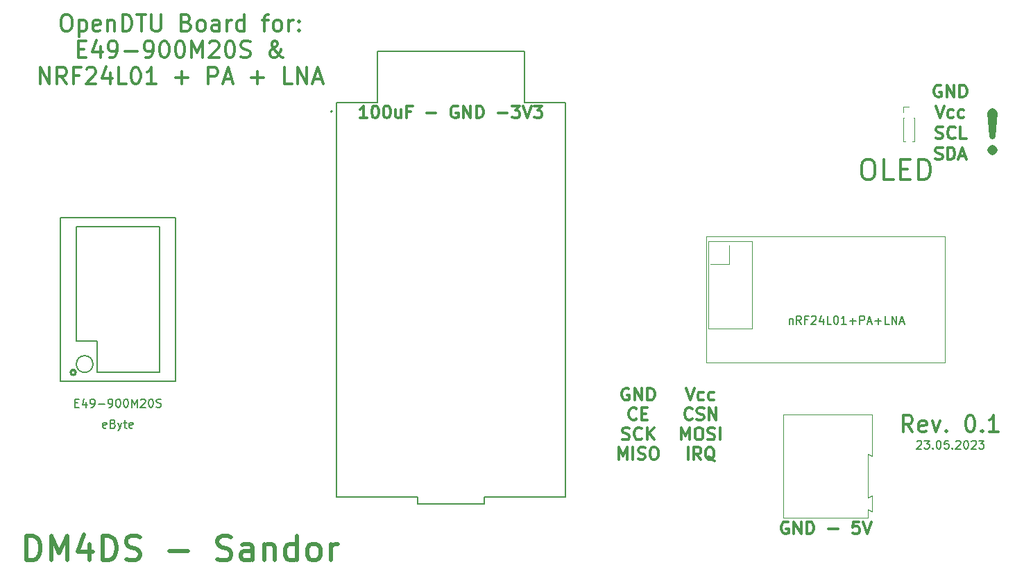
<source format=gbr>
%TF.GenerationSoftware,KiCad,Pcbnew,(6.0.4)*%
%TF.CreationDate,2023-05-23T16:29:30+02:00*%
%TF.ProjectId,OpenDTU_9400_NRF24_DM4DS_v1,4f70656e-4454-4555-9f39-3430305f4e52,rev?*%
%TF.SameCoordinates,Original*%
%TF.FileFunction,Legend,Top*%
%TF.FilePolarity,Positive*%
%FSLAX46Y46*%
G04 Gerber Fmt 4.6, Leading zero omitted, Abs format (unit mm)*
G04 Created by KiCad (PCBNEW (6.0.4)) date 2023-05-23 16:29:30*
%MOMM*%
%LPD*%
G01*
G04 APERTURE LIST*
%ADD10C,0.150000*%
%ADD11C,0.750000*%
%ADD12C,0.300000*%
%ADD13C,0.500000*%
%ADD14C,0.120000*%
%ADD15C,0.200000*%
%ADD16C,0.127000*%
G04 APERTURE END LIST*
D10*
X173704761Y-98607619D02*
X173752380Y-98560000D01*
X173847619Y-98512380D01*
X174085714Y-98512380D01*
X174180952Y-98560000D01*
X174228571Y-98607619D01*
X174276190Y-98702857D01*
X174276190Y-98798095D01*
X174228571Y-98940952D01*
X173657142Y-99512380D01*
X174276190Y-99512380D01*
X174609523Y-98512380D02*
X175228571Y-98512380D01*
X174895238Y-98893333D01*
X175038095Y-98893333D01*
X175133333Y-98940952D01*
X175180952Y-98988571D01*
X175228571Y-99083809D01*
X175228571Y-99321904D01*
X175180952Y-99417142D01*
X175133333Y-99464761D01*
X175038095Y-99512380D01*
X174752380Y-99512380D01*
X174657142Y-99464761D01*
X174609523Y-99417142D01*
X175657142Y-99417142D02*
X175704761Y-99464761D01*
X175657142Y-99512380D01*
X175609523Y-99464761D01*
X175657142Y-99417142D01*
X175657142Y-99512380D01*
X176323809Y-98512380D02*
X176419047Y-98512380D01*
X176514285Y-98560000D01*
X176561904Y-98607619D01*
X176609523Y-98702857D01*
X176657142Y-98893333D01*
X176657142Y-99131428D01*
X176609523Y-99321904D01*
X176561904Y-99417142D01*
X176514285Y-99464761D01*
X176419047Y-99512380D01*
X176323809Y-99512380D01*
X176228571Y-99464761D01*
X176180952Y-99417142D01*
X176133333Y-99321904D01*
X176085714Y-99131428D01*
X176085714Y-98893333D01*
X176133333Y-98702857D01*
X176180952Y-98607619D01*
X176228571Y-98560000D01*
X176323809Y-98512380D01*
X177561904Y-98512380D02*
X177085714Y-98512380D01*
X177038095Y-98988571D01*
X177085714Y-98940952D01*
X177180952Y-98893333D01*
X177419047Y-98893333D01*
X177514285Y-98940952D01*
X177561904Y-98988571D01*
X177609523Y-99083809D01*
X177609523Y-99321904D01*
X177561904Y-99417142D01*
X177514285Y-99464761D01*
X177419047Y-99512380D01*
X177180952Y-99512380D01*
X177085714Y-99464761D01*
X177038095Y-99417142D01*
X178038095Y-99417142D02*
X178085714Y-99464761D01*
X178038095Y-99512380D01*
X177990476Y-99464761D01*
X178038095Y-99417142D01*
X178038095Y-99512380D01*
X178466666Y-98607619D02*
X178514285Y-98560000D01*
X178609523Y-98512380D01*
X178847619Y-98512380D01*
X178942857Y-98560000D01*
X178990476Y-98607619D01*
X179038095Y-98702857D01*
X179038095Y-98798095D01*
X178990476Y-98940952D01*
X178419047Y-99512380D01*
X179038095Y-99512380D01*
X179657142Y-98512380D02*
X179752380Y-98512380D01*
X179847619Y-98560000D01*
X179895238Y-98607619D01*
X179942857Y-98702857D01*
X179990476Y-98893333D01*
X179990476Y-99131428D01*
X179942857Y-99321904D01*
X179895238Y-99417142D01*
X179847619Y-99464761D01*
X179752380Y-99512380D01*
X179657142Y-99512380D01*
X179561904Y-99464761D01*
X179514285Y-99417142D01*
X179466666Y-99321904D01*
X179419047Y-99131428D01*
X179419047Y-98893333D01*
X179466666Y-98702857D01*
X179514285Y-98607619D01*
X179561904Y-98560000D01*
X179657142Y-98512380D01*
X180371428Y-98607619D02*
X180419047Y-98560000D01*
X180514285Y-98512380D01*
X180752380Y-98512380D01*
X180847619Y-98560000D01*
X180895238Y-98607619D01*
X180942857Y-98702857D01*
X180942857Y-98798095D01*
X180895238Y-98940952D01*
X180323809Y-99512380D01*
X180942857Y-99512380D01*
X181276190Y-98512380D02*
X181895238Y-98512380D01*
X181561904Y-98893333D01*
X181704761Y-98893333D01*
X181800000Y-98940952D01*
X181847619Y-98988571D01*
X181895238Y-99083809D01*
X181895238Y-99321904D01*
X181847619Y-99417142D01*
X181800000Y-99464761D01*
X181704761Y-99512380D01*
X181419047Y-99512380D01*
X181323809Y-99464761D01*
X181276190Y-99417142D01*
D11*
X182880000Y-62745714D02*
X183118095Y-62983809D01*
X182880000Y-63221904D01*
X182641904Y-62983809D01*
X182880000Y-62745714D01*
X182880000Y-63221904D01*
X182880000Y-61317142D02*
X182641904Y-58460000D01*
X182880000Y-58221904D01*
X183118095Y-58460000D01*
X182880000Y-61317142D01*
X182880000Y-58221904D01*
D12*
X173180952Y-97424761D02*
X172514285Y-96472380D01*
X172038095Y-97424761D02*
X172038095Y-95424761D01*
X172800000Y-95424761D01*
X172990476Y-95520000D01*
X173085714Y-95615238D01*
X173180952Y-95805714D01*
X173180952Y-96091428D01*
X173085714Y-96281904D01*
X172990476Y-96377142D01*
X172800000Y-96472380D01*
X172038095Y-96472380D01*
X174800000Y-97329523D02*
X174609523Y-97424761D01*
X174228571Y-97424761D01*
X174038095Y-97329523D01*
X173942857Y-97139047D01*
X173942857Y-96377142D01*
X174038095Y-96186666D01*
X174228571Y-96091428D01*
X174609523Y-96091428D01*
X174800000Y-96186666D01*
X174895238Y-96377142D01*
X174895238Y-96567619D01*
X173942857Y-96758095D01*
X175561904Y-96091428D02*
X176038095Y-97424761D01*
X176514285Y-96091428D01*
X177276190Y-97234285D02*
X177371428Y-97329523D01*
X177276190Y-97424761D01*
X177180952Y-97329523D01*
X177276190Y-97234285D01*
X177276190Y-97424761D01*
X180133333Y-95424761D02*
X180323809Y-95424761D01*
X180514285Y-95520000D01*
X180609523Y-95615238D01*
X180704761Y-95805714D01*
X180800000Y-96186666D01*
X180800000Y-96662857D01*
X180704761Y-97043809D01*
X180609523Y-97234285D01*
X180514285Y-97329523D01*
X180323809Y-97424761D01*
X180133333Y-97424761D01*
X179942857Y-97329523D01*
X179847619Y-97234285D01*
X179752380Y-97043809D01*
X179657142Y-96662857D01*
X179657142Y-96186666D01*
X179752380Y-95805714D01*
X179847619Y-95615238D01*
X179942857Y-95520000D01*
X180133333Y-95424761D01*
X181657142Y-97234285D02*
X181752380Y-97329523D01*
X181657142Y-97424761D01*
X181561904Y-97329523D01*
X181657142Y-97234285D01*
X181657142Y-97424761D01*
X183657142Y-97424761D02*
X182514285Y-97424761D01*
X183085714Y-97424761D02*
X183085714Y-95424761D01*
X182895238Y-95710476D01*
X182704761Y-95900952D01*
X182514285Y-95996190D01*
X69724761Y-46484761D02*
X70105714Y-46484761D01*
X70296190Y-46580000D01*
X70486666Y-46770476D01*
X70581904Y-47151428D01*
X70581904Y-47818095D01*
X70486666Y-48199047D01*
X70296190Y-48389523D01*
X70105714Y-48484761D01*
X69724761Y-48484761D01*
X69534285Y-48389523D01*
X69343809Y-48199047D01*
X69248571Y-47818095D01*
X69248571Y-47151428D01*
X69343809Y-46770476D01*
X69534285Y-46580000D01*
X69724761Y-46484761D01*
X71439047Y-47151428D02*
X71439047Y-49151428D01*
X71439047Y-47246666D02*
X71629523Y-47151428D01*
X72010476Y-47151428D01*
X72200952Y-47246666D01*
X72296190Y-47341904D01*
X72391428Y-47532380D01*
X72391428Y-48103809D01*
X72296190Y-48294285D01*
X72200952Y-48389523D01*
X72010476Y-48484761D01*
X71629523Y-48484761D01*
X71439047Y-48389523D01*
X74010476Y-48389523D02*
X73820000Y-48484761D01*
X73439047Y-48484761D01*
X73248571Y-48389523D01*
X73153333Y-48199047D01*
X73153333Y-47437142D01*
X73248571Y-47246666D01*
X73439047Y-47151428D01*
X73820000Y-47151428D01*
X74010476Y-47246666D01*
X74105714Y-47437142D01*
X74105714Y-47627619D01*
X73153333Y-47818095D01*
X74962857Y-47151428D02*
X74962857Y-48484761D01*
X74962857Y-47341904D02*
X75058095Y-47246666D01*
X75248571Y-47151428D01*
X75534285Y-47151428D01*
X75724761Y-47246666D01*
X75820000Y-47437142D01*
X75820000Y-48484761D01*
X76772380Y-48484761D02*
X76772380Y-46484761D01*
X77248571Y-46484761D01*
X77534285Y-46580000D01*
X77724761Y-46770476D01*
X77820000Y-46960952D01*
X77915238Y-47341904D01*
X77915238Y-47627619D01*
X77820000Y-48008571D01*
X77724761Y-48199047D01*
X77534285Y-48389523D01*
X77248571Y-48484761D01*
X76772380Y-48484761D01*
X78486666Y-46484761D02*
X79629523Y-46484761D01*
X79058095Y-48484761D02*
X79058095Y-46484761D01*
X80296190Y-46484761D02*
X80296190Y-48103809D01*
X80391428Y-48294285D01*
X80486666Y-48389523D01*
X80677142Y-48484761D01*
X81058095Y-48484761D01*
X81248571Y-48389523D01*
X81343809Y-48294285D01*
X81439047Y-48103809D01*
X81439047Y-46484761D01*
X84581904Y-47437142D02*
X84867619Y-47532380D01*
X84962857Y-47627619D01*
X85058095Y-47818095D01*
X85058095Y-48103809D01*
X84962857Y-48294285D01*
X84867619Y-48389523D01*
X84677142Y-48484761D01*
X83915238Y-48484761D01*
X83915238Y-46484761D01*
X84581904Y-46484761D01*
X84772380Y-46580000D01*
X84867619Y-46675238D01*
X84962857Y-46865714D01*
X84962857Y-47056190D01*
X84867619Y-47246666D01*
X84772380Y-47341904D01*
X84581904Y-47437142D01*
X83915238Y-47437142D01*
X86200952Y-48484761D02*
X86010476Y-48389523D01*
X85915238Y-48294285D01*
X85820000Y-48103809D01*
X85820000Y-47532380D01*
X85915238Y-47341904D01*
X86010476Y-47246666D01*
X86200952Y-47151428D01*
X86486666Y-47151428D01*
X86677142Y-47246666D01*
X86772380Y-47341904D01*
X86867619Y-47532380D01*
X86867619Y-48103809D01*
X86772380Y-48294285D01*
X86677142Y-48389523D01*
X86486666Y-48484761D01*
X86200952Y-48484761D01*
X88581904Y-48484761D02*
X88581904Y-47437142D01*
X88486666Y-47246666D01*
X88296190Y-47151428D01*
X87915238Y-47151428D01*
X87724761Y-47246666D01*
X88581904Y-48389523D02*
X88391428Y-48484761D01*
X87915238Y-48484761D01*
X87724761Y-48389523D01*
X87629523Y-48199047D01*
X87629523Y-48008571D01*
X87724761Y-47818095D01*
X87915238Y-47722857D01*
X88391428Y-47722857D01*
X88581904Y-47627619D01*
X89534285Y-48484761D02*
X89534285Y-47151428D01*
X89534285Y-47532380D02*
X89629523Y-47341904D01*
X89724761Y-47246666D01*
X89915238Y-47151428D01*
X90105714Y-47151428D01*
X91629523Y-48484761D02*
X91629523Y-46484761D01*
X91629523Y-48389523D02*
X91439047Y-48484761D01*
X91058095Y-48484761D01*
X90867619Y-48389523D01*
X90772380Y-48294285D01*
X90677142Y-48103809D01*
X90677142Y-47532380D01*
X90772380Y-47341904D01*
X90867619Y-47246666D01*
X91058095Y-47151428D01*
X91439047Y-47151428D01*
X91629523Y-47246666D01*
X93820000Y-47151428D02*
X94581904Y-47151428D01*
X94105714Y-48484761D02*
X94105714Y-46770476D01*
X94200952Y-46580000D01*
X94391428Y-46484761D01*
X94581904Y-46484761D01*
X95534285Y-48484761D02*
X95343809Y-48389523D01*
X95248571Y-48294285D01*
X95153333Y-48103809D01*
X95153333Y-47532380D01*
X95248571Y-47341904D01*
X95343809Y-47246666D01*
X95534285Y-47151428D01*
X95820000Y-47151428D01*
X96010476Y-47246666D01*
X96105714Y-47341904D01*
X96200952Y-47532380D01*
X96200952Y-48103809D01*
X96105714Y-48294285D01*
X96010476Y-48389523D01*
X95820000Y-48484761D01*
X95534285Y-48484761D01*
X97058095Y-48484761D02*
X97058095Y-47151428D01*
X97058095Y-47532380D02*
X97153333Y-47341904D01*
X97248571Y-47246666D01*
X97439047Y-47151428D01*
X97629523Y-47151428D01*
X98296190Y-48294285D02*
X98391428Y-48389523D01*
X98296190Y-48484761D01*
X98200952Y-48389523D01*
X98296190Y-48294285D01*
X98296190Y-48484761D01*
X98296190Y-47246666D02*
X98391428Y-47341904D01*
X98296190Y-47437142D01*
X98200952Y-47341904D01*
X98296190Y-47246666D01*
X98296190Y-47437142D01*
X71391428Y-50657142D02*
X72058095Y-50657142D01*
X72343809Y-51704761D02*
X71391428Y-51704761D01*
X71391428Y-49704761D01*
X72343809Y-49704761D01*
X74058095Y-50371428D02*
X74058095Y-51704761D01*
X73581904Y-49609523D02*
X73105714Y-51038095D01*
X74343809Y-51038095D01*
X75200952Y-51704761D02*
X75581904Y-51704761D01*
X75772380Y-51609523D01*
X75867619Y-51514285D01*
X76058095Y-51228571D01*
X76153333Y-50847619D01*
X76153333Y-50085714D01*
X76058095Y-49895238D01*
X75962857Y-49800000D01*
X75772380Y-49704761D01*
X75391428Y-49704761D01*
X75200952Y-49800000D01*
X75105714Y-49895238D01*
X75010476Y-50085714D01*
X75010476Y-50561904D01*
X75105714Y-50752380D01*
X75200952Y-50847619D01*
X75391428Y-50942857D01*
X75772380Y-50942857D01*
X75962857Y-50847619D01*
X76058095Y-50752380D01*
X76153333Y-50561904D01*
X77010476Y-50942857D02*
X78534285Y-50942857D01*
X79581904Y-51704761D02*
X79962857Y-51704761D01*
X80153333Y-51609523D01*
X80248571Y-51514285D01*
X80439047Y-51228571D01*
X80534285Y-50847619D01*
X80534285Y-50085714D01*
X80439047Y-49895238D01*
X80343809Y-49800000D01*
X80153333Y-49704761D01*
X79772380Y-49704761D01*
X79581904Y-49800000D01*
X79486666Y-49895238D01*
X79391428Y-50085714D01*
X79391428Y-50561904D01*
X79486666Y-50752380D01*
X79581904Y-50847619D01*
X79772380Y-50942857D01*
X80153333Y-50942857D01*
X80343809Y-50847619D01*
X80439047Y-50752380D01*
X80534285Y-50561904D01*
X81772380Y-49704761D02*
X81962857Y-49704761D01*
X82153333Y-49800000D01*
X82248571Y-49895238D01*
X82343809Y-50085714D01*
X82439047Y-50466666D01*
X82439047Y-50942857D01*
X82343809Y-51323809D01*
X82248571Y-51514285D01*
X82153333Y-51609523D01*
X81962857Y-51704761D01*
X81772380Y-51704761D01*
X81581904Y-51609523D01*
X81486666Y-51514285D01*
X81391428Y-51323809D01*
X81296190Y-50942857D01*
X81296190Y-50466666D01*
X81391428Y-50085714D01*
X81486666Y-49895238D01*
X81581904Y-49800000D01*
X81772380Y-49704761D01*
X83677142Y-49704761D02*
X83867619Y-49704761D01*
X84058095Y-49800000D01*
X84153333Y-49895238D01*
X84248571Y-50085714D01*
X84343809Y-50466666D01*
X84343809Y-50942857D01*
X84248571Y-51323809D01*
X84153333Y-51514285D01*
X84058095Y-51609523D01*
X83867619Y-51704761D01*
X83677142Y-51704761D01*
X83486666Y-51609523D01*
X83391428Y-51514285D01*
X83296190Y-51323809D01*
X83200952Y-50942857D01*
X83200952Y-50466666D01*
X83296190Y-50085714D01*
X83391428Y-49895238D01*
X83486666Y-49800000D01*
X83677142Y-49704761D01*
X85200952Y-51704761D02*
X85200952Y-49704761D01*
X85867619Y-51133333D01*
X86534285Y-49704761D01*
X86534285Y-51704761D01*
X87391428Y-49895238D02*
X87486666Y-49800000D01*
X87677142Y-49704761D01*
X88153333Y-49704761D01*
X88343809Y-49800000D01*
X88439047Y-49895238D01*
X88534285Y-50085714D01*
X88534285Y-50276190D01*
X88439047Y-50561904D01*
X87296190Y-51704761D01*
X88534285Y-51704761D01*
X89772380Y-49704761D02*
X89962857Y-49704761D01*
X90153333Y-49800000D01*
X90248571Y-49895238D01*
X90343809Y-50085714D01*
X90439047Y-50466666D01*
X90439047Y-50942857D01*
X90343809Y-51323809D01*
X90248571Y-51514285D01*
X90153333Y-51609523D01*
X89962857Y-51704761D01*
X89772380Y-51704761D01*
X89581904Y-51609523D01*
X89486666Y-51514285D01*
X89391428Y-51323809D01*
X89296190Y-50942857D01*
X89296190Y-50466666D01*
X89391428Y-50085714D01*
X89486666Y-49895238D01*
X89581904Y-49800000D01*
X89772380Y-49704761D01*
X91200952Y-51609523D02*
X91486666Y-51704761D01*
X91962857Y-51704761D01*
X92153333Y-51609523D01*
X92248571Y-51514285D01*
X92343809Y-51323809D01*
X92343809Y-51133333D01*
X92248571Y-50942857D01*
X92153333Y-50847619D01*
X91962857Y-50752380D01*
X91581904Y-50657142D01*
X91391428Y-50561904D01*
X91296190Y-50466666D01*
X91200952Y-50276190D01*
X91200952Y-50085714D01*
X91296190Y-49895238D01*
X91391428Y-49800000D01*
X91581904Y-49704761D01*
X92058095Y-49704761D01*
X92343809Y-49800000D01*
X96343809Y-51704761D02*
X96248571Y-51704761D01*
X96058095Y-51609523D01*
X95772380Y-51323809D01*
X95296190Y-50752380D01*
X95105714Y-50466666D01*
X95010476Y-50180952D01*
X95010476Y-49990476D01*
X95105714Y-49800000D01*
X95296190Y-49704761D01*
X95391428Y-49704761D01*
X95581904Y-49800000D01*
X95677142Y-49990476D01*
X95677142Y-50085714D01*
X95581904Y-50276190D01*
X95486666Y-50371428D01*
X94915238Y-50752380D01*
X94819999Y-50847619D01*
X94724761Y-51038095D01*
X94724761Y-51323809D01*
X94819999Y-51514285D01*
X94915238Y-51609523D01*
X95105714Y-51704761D01*
X95391428Y-51704761D01*
X95581904Y-51609523D01*
X95677142Y-51514285D01*
X95962857Y-51133333D01*
X96058095Y-50847619D01*
X96058095Y-50657142D01*
X66677142Y-54924761D02*
X66677142Y-52924761D01*
X67820000Y-54924761D01*
X67820000Y-52924761D01*
X69915238Y-54924761D02*
X69248571Y-53972380D01*
X68772380Y-54924761D02*
X68772380Y-52924761D01*
X69534285Y-52924761D01*
X69724761Y-53020000D01*
X69820000Y-53115238D01*
X69915238Y-53305714D01*
X69915238Y-53591428D01*
X69820000Y-53781904D01*
X69724761Y-53877142D01*
X69534285Y-53972380D01*
X68772380Y-53972380D01*
X71439047Y-53877142D02*
X70772380Y-53877142D01*
X70772380Y-54924761D02*
X70772380Y-52924761D01*
X71724761Y-52924761D01*
X72391428Y-53115238D02*
X72486666Y-53020000D01*
X72677142Y-52924761D01*
X73153333Y-52924761D01*
X73343809Y-53020000D01*
X73439047Y-53115238D01*
X73534285Y-53305714D01*
X73534285Y-53496190D01*
X73439047Y-53781904D01*
X72296190Y-54924761D01*
X73534285Y-54924761D01*
X75248571Y-53591428D02*
X75248571Y-54924761D01*
X74772380Y-52829523D02*
X74296190Y-54258095D01*
X75534285Y-54258095D01*
X77248571Y-54924761D02*
X76296190Y-54924761D01*
X76296190Y-52924761D01*
X78296190Y-52924761D02*
X78486666Y-52924761D01*
X78677142Y-53020000D01*
X78772380Y-53115238D01*
X78867619Y-53305714D01*
X78962857Y-53686666D01*
X78962857Y-54162857D01*
X78867619Y-54543809D01*
X78772380Y-54734285D01*
X78677142Y-54829523D01*
X78486666Y-54924761D01*
X78296190Y-54924761D01*
X78105714Y-54829523D01*
X78010476Y-54734285D01*
X77915238Y-54543809D01*
X77820000Y-54162857D01*
X77820000Y-53686666D01*
X77915238Y-53305714D01*
X78010476Y-53115238D01*
X78105714Y-53020000D01*
X78296190Y-52924761D01*
X80867619Y-54924761D02*
X79724761Y-54924761D01*
X80296190Y-54924761D02*
X80296190Y-52924761D01*
X80105714Y-53210476D01*
X79915238Y-53400952D01*
X79724761Y-53496190D01*
X83248571Y-54162857D02*
X84772380Y-54162857D01*
X84010476Y-54924761D02*
X84010476Y-53400952D01*
X87248571Y-54924761D02*
X87248571Y-52924761D01*
X88010476Y-52924761D01*
X88200952Y-53020000D01*
X88296190Y-53115238D01*
X88391428Y-53305714D01*
X88391428Y-53591428D01*
X88296190Y-53781904D01*
X88200952Y-53877142D01*
X88010476Y-53972380D01*
X87248571Y-53972380D01*
X89153333Y-54353333D02*
X90105714Y-54353333D01*
X88962857Y-54924761D02*
X89629523Y-52924761D01*
X90296190Y-54924761D01*
X92486666Y-54162857D02*
X94010476Y-54162857D01*
X93248571Y-54924761D02*
X93248571Y-53400952D01*
X97439047Y-54924761D02*
X96486666Y-54924761D01*
X96486666Y-52924761D01*
X98105714Y-54924761D02*
X98105714Y-52924761D01*
X99248571Y-54924761D01*
X99248571Y-52924761D01*
X100105714Y-54353333D02*
X101058095Y-54353333D01*
X99915238Y-54924761D02*
X100581904Y-52924761D01*
X101248571Y-54924761D01*
D13*
X65034285Y-113117142D02*
X65034285Y-110117142D01*
X65748571Y-110117142D01*
X66177142Y-110260000D01*
X66462857Y-110545714D01*
X66605714Y-110831428D01*
X66748571Y-111402857D01*
X66748571Y-111831428D01*
X66605714Y-112402857D01*
X66462857Y-112688571D01*
X66177142Y-112974285D01*
X65748571Y-113117142D01*
X65034285Y-113117142D01*
X68034285Y-113117142D02*
X68034285Y-110117142D01*
X69034285Y-112260000D01*
X70034285Y-110117142D01*
X70034285Y-113117142D01*
X72748571Y-111117142D02*
X72748571Y-113117142D01*
X72034285Y-109974285D02*
X71320000Y-112117142D01*
X73177142Y-112117142D01*
X74320000Y-113117142D02*
X74320000Y-110117142D01*
X75034285Y-110117142D01*
X75462857Y-110260000D01*
X75748571Y-110545714D01*
X75891428Y-110831428D01*
X76034285Y-111402857D01*
X76034285Y-111831428D01*
X75891428Y-112402857D01*
X75748571Y-112688571D01*
X75462857Y-112974285D01*
X75034285Y-113117142D01*
X74320000Y-113117142D01*
X77177142Y-112974285D02*
X77605714Y-113117142D01*
X78320000Y-113117142D01*
X78605714Y-112974285D01*
X78748571Y-112831428D01*
X78891428Y-112545714D01*
X78891428Y-112260000D01*
X78748571Y-111974285D01*
X78605714Y-111831428D01*
X78320000Y-111688571D01*
X77748571Y-111545714D01*
X77462857Y-111402857D01*
X77320000Y-111260000D01*
X77177142Y-110974285D01*
X77177142Y-110688571D01*
X77320000Y-110402857D01*
X77462857Y-110260000D01*
X77748571Y-110117142D01*
X78462857Y-110117142D01*
X78891428Y-110260000D01*
X82462857Y-111974285D02*
X84748571Y-111974285D01*
X88320000Y-112974285D02*
X88748571Y-113117142D01*
X89462857Y-113117142D01*
X89748571Y-112974285D01*
X89891428Y-112831428D01*
X90034285Y-112545714D01*
X90034285Y-112260000D01*
X89891428Y-111974285D01*
X89748571Y-111831428D01*
X89462857Y-111688571D01*
X88891428Y-111545714D01*
X88605714Y-111402857D01*
X88462857Y-111260000D01*
X88320000Y-110974285D01*
X88320000Y-110688571D01*
X88462857Y-110402857D01*
X88605714Y-110260000D01*
X88891428Y-110117142D01*
X89605714Y-110117142D01*
X90034285Y-110260000D01*
X92605714Y-113117142D02*
X92605714Y-111545714D01*
X92462857Y-111260000D01*
X92177142Y-111117142D01*
X91605714Y-111117142D01*
X91320000Y-111260000D01*
X92605714Y-112974285D02*
X92320000Y-113117142D01*
X91605714Y-113117142D01*
X91320000Y-112974285D01*
X91177142Y-112688571D01*
X91177142Y-112402857D01*
X91320000Y-112117142D01*
X91605714Y-111974285D01*
X92320000Y-111974285D01*
X92605714Y-111831428D01*
X94034285Y-111117142D02*
X94034285Y-113117142D01*
X94034285Y-111402857D02*
X94177142Y-111260000D01*
X94462857Y-111117142D01*
X94891428Y-111117142D01*
X95177142Y-111260000D01*
X95320000Y-111545714D01*
X95320000Y-113117142D01*
X98034285Y-113117142D02*
X98034285Y-110117142D01*
X98034285Y-112974285D02*
X97748571Y-113117142D01*
X97177142Y-113117142D01*
X96891428Y-112974285D01*
X96748571Y-112831428D01*
X96605714Y-112545714D01*
X96605714Y-111688571D01*
X96748571Y-111402857D01*
X96891428Y-111260000D01*
X97177142Y-111117142D01*
X97748571Y-111117142D01*
X98034285Y-111260000D01*
X99891428Y-113117142D02*
X99605714Y-112974285D01*
X99462857Y-112831428D01*
X99320000Y-112545714D01*
X99320000Y-111688571D01*
X99462857Y-111402857D01*
X99605714Y-111260000D01*
X99891428Y-111117142D01*
X100320000Y-111117142D01*
X100605714Y-111260000D01*
X100748571Y-111402857D01*
X100891428Y-111688571D01*
X100891428Y-112545714D01*
X100748571Y-112831428D01*
X100605714Y-112974285D01*
X100320000Y-113117142D01*
X99891428Y-113117142D01*
X102177142Y-113117142D02*
X102177142Y-111117142D01*
X102177142Y-111688571D02*
X102320000Y-111402857D01*
X102462857Y-111260000D01*
X102748571Y-111117142D01*
X103034285Y-111117142D01*
D12*
X157988571Y-108470000D02*
X157845714Y-108398571D01*
X157631428Y-108398571D01*
X157417142Y-108470000D01*
X157274285Y-108612857D01*
X157202857Y-108755714D01*
X157131428Y-109041428D01*
X157131428Y-109255714D01*
X157202857Y-109541428D01*
X157274285Y-109684285D01*
X157417142Y-109827142D01*
X157631428Y-109898571D01*
X157774285Y-109898571D01*
X157988571Y-109827142D01*
X158060000Y-109755714D01*
X158060000Y-109255714D01*
X157774285Y-109255714D01*
X158702857Y-109898571D02*
X158702857Y-108398571D01*
X159560000Y-109898571D01*
X159560000Y-108398571D01*
X160274285Y-109898571D02*
X160274285Y-108398571D01*
X160631428Y-108398571D01*
X160845714Y-108470000D01*
X160988571Y-108612857D01*
X161060000Y-108755714D01*
X161131428Y-109041428D01*
X161131428Y-109255714D01*
X161060000Y-109541428D01*
X160988571Y-109684285D01*
X160845714Y-109827142D01*
X160631428Y-109898571D01*
X160274285Y-109898571D01*
X162917142Y-109327142D02*
X164060000Y-109327142D01*
X166631428Y-108398571D02*
X165917142Y-108398571D01*
X165845714Y-109112857D01*
X165917142Y-109041428D01*
X166060000Y-108970000D01*
X166417142Y-108970000D01*
X166560000Y-109041428D01*
X166631428Y-109112857D01*
X166702857Y-109255714D01*
X166702857Y-109612857D01*
X166631428Y-109755714D01*
X166560000Y-109827142D01*
X166417142Y-109898571D01*
X166060000Y-109898571D01*
X165917142Y-109827142D01*
X165845714Y-109755714D01*
X167131428Y-108398571D02*
X167631428Y-109898571D01*
X168131428Y-108398571D01*
X145534285Y-92076071D02*
X146034285Y-93576071D01*
X146534285Y-92076071D01*
X147677142Y-93504642D02*
X147534285Y-93576071D01*
X147248571Y-93576071D01*
X147105714Y-93504642D01*
X147034285Y-93433214D01*
X146962857Y-93290357D01*
X146962857Y-92861785D01*
X147034285Y-92718928D01*
X147105714Y-92647500D01*
X147248571Y-92576071D01*
X147534285Y-92576071D01*
X147677142Y-92647500D01*
X148962857Y-93504642D02*
X148820000Y-93576071D01*
X148534285Y-93576071D01*
X148391428Y-93504642D01*
X148320000Y-93433214D01*
X148248571Y-93290357D01*
X148248571Y-92861785D01*
X148320000Y-92718928D01*
X148391428Y-92647500D01*
X148534285Y-92576071D01*
X148820000Y-92576071D01*
X148962857Y-92647500D01*
X146284285Y-95848214D02*
X146212857Y-95919642D01*
X145998571Y-95991071D01*
X145855714Y-95991071D01*
X145641428Y-95919642D01*
X145498571Y-95776785D01*
X145427142Y-95633928D01*
X145355714Y-95348214D01*
X145355714Y-95133928D01*
X145427142Y-94848214D01*
X145498571Y-94705357D01*
X145641428Y-94562500D01*
X145855714Y-94491071D01*
X145998571Y-94491071D01*
X146212857Y-94562500D01*
X146284285Y-94633928D01*
X146855714Y-95919642D02*
X147070000Y-95991071D01*
X147427142Y-95991071D01*
X147570000Y-95919642D01*
X147641428Y-95848214D01*
X147712857Y-95705357D01*
X147712857Y-95562500D01*
X147641428Y-95419642D01*
X147570000Y-95348214D01*
X147427142Y-95276785D01*
X147141428Y-95205357D01*
X146998571Y-95133928D01*
X146927142Y-95062500D01*
X146855714Y-94919642D01*
X146855714Y-94776785D01*
X146927142Y-94633928D01*
X146998571Y-94562500D01*
X147141428Y-94491071D01*
X147498571Y-94491071D01*
X147712857Y-94562500D01*
X148355714Y-95991071D02*
X148355714Y-94491071D01*
X149212857Y-95991071D01*
X149212857Y-94491071D01*
X144962857Y-98406071D02*
X144962857Y-96906071D01*
X145462857Y-97977500D01*
X145962857Y-96906071D01*
X145962857Y-98406071D01*
X146962857Y-96906071D02*
X147248571Y-96906071D01*
X147391428Y-96977500D01*
X147534285Y-97120357D01*
X147605714Y-97406071D01*
X147605714Y-97906071D01*
X147534285Y-98191785D01*
X147391428Y-98334642D01*
X147248571Y-98406071D01*
X146962857Y-98406071D01*
X146820000Y-98334642D01*
X146677142Y-98191785D01*
X146605714Y-97906071D01*
X146605714Y-97406071D01*
X146677142Y-97120357D01*
X146820000Y-96977500D01*
X146962857Y-96906071D01*
X148177142Y-98334642D02*
X148391428Y-98406071D01*
X148748571Y-98406071D01*
X148891428Y-98334642D01*
X148962857Y-98263214D01*
X149034285Y-98120357D01*
X149034285Y-97977500D01*
X148962857Y-97834642D01*
X148891428Y-97763214D01*
X148748571Y-97691785D01*
X148462857Y-97620357D01*
X148320000Y-97548928D01*
X148248571Y-97477500D01*
X148177142Y-97334642D01*
X148177142Y-97191785D01*
X148248571Y-97048928D01*
X148320000Y-96977500D01*
X148462857Y-96906071D01*
X148820000Y-96906071D01*
X149034285Y-96977500D01*
X149677142Y-98406071D02*
X149677142Y-96906071D01*
X145784285Y-100821071D02*
X145784285Y-99321071D01*
X147355714Y-100821071D02*
X146855714Y-100106785D01*
X146498571Y-100821071D02*
X146498571Y-99321071D01*
X147070000Y-99321071D01*
X147212857Y-99392500D01*
X147284285Y-99463928D01*
X147355714Y-99606785D01*
X147355714Y-99821071D01*
X147284285Y-99963928D01*
X147212857Y-100035357D01*
X147070000Y-100106785D01*
X146498571Y-100106785D01*
X148998571Y-100963928D02*
X148855714Y-100892500D01*
X148712857Y-100749642D01*
X148498571Y-100535357D01*
X148355714Y-100463928D01*
X148212857Y-100463928D01*
X148284285Y-100821071D02*
X148141428Y-100749642D01*
X147998571Y-100606785D01*
X147927142Y-100321071D01*
X147927142Y-99821071D01*
X147998571Y-99535357D01*
X148141428Y-99392500D01*
X148284285Y-99321071D01*
X148570000Y-99321071D01*
X148712857Y-99392500D01*
X148855714Y-99535357D01*
X148927142Y-99821071D01*
X148927142Y-100321071D01*
X148855714Y-100606785D01*
X148712857Y-100749642D01*
X148570000Y-100821071D01*
X148284285Y-100821071D01*
X138557142Y-92147500D02*
X138414285Y-92076071D01*
X138200000Y-92076071D01*
X137985714Y-92147500D01*
X137842857Y-92290357D01*
X137771428Y-92433214D01*
X137700000Y-92718928D01*
X137700000Y-92933214D01*
X137771428Y-93218928D01*
X137842857Y-93361785D01*
X137985714Y-93504642D01*
X138200000Y-93576071D01*
X138342857Y-93576071D01*
X138557142Y-93504642D01*
X138628571Y-93433214D01*
X138628571Y-92933214D01*
X138342857Y-92933214D01*
X139271428Y-93576071D02*
X139271428Y-92076071D01*
X140128571Y-93576071D01*
X140128571Y-92076071D01*
X140842857Y-93576071D02*
X140842857Y-92076071D01*
X141200000Y-92076071D01*
X141414285Y-92147500D01*
X141557142Y-92290357D01*
X141628571Y-92433214D01*
X141700000Y-92718928D01*
X141700000Y-92933214D01*
X141628571Y-93218928D01*
X141557142Y-93361785D01*
X141414285Y-93504642D01*
X141200000Y-93576071D01*
X140842857Y-93576071D01*
X139485714Y-95848214D02*
X139414285Y-95919642D01*
X139200000Y-95991071D01*
X139057142Y-95991071D01*
X138842857Y-95919642D01*
X138700000Y-95776785D01*
X138628571Y-95633928D01*
X138557142Y-95348214D01*
X138557142Y-95133928D01*
X138628571Y-94848214D01*
X138700000Y-94705357D01*
X138842857Y-94562500D01*
X139057142Y-94491071D01*
X139200000Y-94491071D01*
X139414285Y-94562500D01*
X139485714Y-94633928D01*
X140128571Y-95205357D02*
X140628571Y-95205357D01*
X140842857Y-95991071D02*
X140128571Y-95991071D01*
X140128571Y-94491071D01*
X140842857Y-94491071D01*
X137771428Y-98334642D02*
X137985714Y-98406071D01*
X138342857Y-98406071D01*
X138485714Y-98334642D01*
X138557142Y-98263214D01*
X138628571Y-98120357D01*
X138628571Y-97977500D01*
X138557142Y-97834642D01*
X138485714Y-97763214D01*
X138342857Y-97691785D01*
X138057142Y-97620357D01*
X137914285Y-97548928D01*
X137842857Y-97477500D01*
X137771428Y-97334642D01*
X137771428Y-97191785D01*
X137842857Y-97048928D01*
X137914285Y-96977500D01*
X138057142Y-96906071D01*
X138414285Y-96906071D01*
X138628571Y-96977500D01*
X140128571Y-98263214D02*
X140057142Y-98334642D01*
X139842857Y-98406071D01*
X139700000Y-98406071D01*
X139485714Y-98334642D01*
X139342857Y-98191785D01*
X139271428Y-98048928D01*
X139200000Y-97763214D01*
X139200000Y-97548928D01*
X139271428Y-97263214D01*
X139342857Y-97120357D01*
X139485714Y-96977500D01*
X139700000Y-96906071D01*
X139842857Y-96906071D01*
X140057142Y-96977500D01*
X140128571Y-97048928D01*
X140771428Y-98406071D02*
X140771428Y-96906071D01*
X141628571Y-98406071D02*
X140985714Y-97548928D01*
X141628571Y-96906071D02*
X140771428Y-97763214D01*
X137342857Y-100821071D02*
X137342857Y-99321071D01*
X137842857Y-100392500D01*
X138342857Y-99321071D01*
X138342857Y-100821071D01*
X139057142Y-100821071D02*
X139057142Y-99321071D01*
X139700000Y-100749642D02*
X139914285Y-100821071D01*
X140271428Y-100821071D01*
X140414285Y-100749642D01*
X140485714Y-100678214D01*
X140557142Y-100535357D01*
X140557142Y-100392500D01*
X140485714Y-100249642D01*
X140414285Y-100178214D01*
X140271428Y-100106785D01*
X139985714Y-100035357D01*
X139842857Y-99963928D01*
X139771428Y-99892500D01*
X139700000Y-99749642D01*
X139700000Y-99606785D01*
X139771428Y-99463928D01*
X139842857Y-99392500D01*
X139985714Y-99321071D01*
X140342857Y-99321071D01*
X140557142Y-99392500D01*
X141485714Y-99321071D02*
X141771428Y-99321071D01*
X141914285Y-99392500D01*
X142057142Y-99535357D01*
X142128571Y-99821071D01*
X142128571Y-100321071D01*
X142057142Y-100606785D01*
X141914285Y-100749642D01*
X141771428Y-100821071D01*
X141485714Y-100821071D01*
X141342857Y-100749642D01*
X141200000Y-100606785D01*
X141128571Y-100321071D01*
X141128571Y-99821071D01*
X141200000Y-99535357D01*
X141342857Y-99392500D01*
X141485714Y-99321071D01*
X106590000Y-59098571D02*
X105732857Y-59098571D01*
X106161428Y-59098571D02*
X106161428Y-57598571D01*
X106018571Y-57812857D01*
X105875714Y-57955714D01*
X105732857Y-58027142D01*
X107518571Y-57598571D02*
X107661428Y-57598571D01*
X107804285Y-57670000D01*
X107875714Y-57741428D01*
X107947142Y-57884285D01*
X108018571Y-58170000D01*
X108018571Y-58527142D01*
X107947142Y-58812857D01*
X107875714Y-58955714D01*
X107804285Y-59027142D01*
X107661428Y-59098571D01*
X107518571Y-59098571D01*
X107375714Y-59027142D01*
X107304285Y-58955714D01*
X107232857Y-58812857D01*
X107161428Y-58527142D01*
X107161428Y-58170000D01*
X107232857Y-57884285D01*
X107304285Y-57741428D01*
X107375714Y-57670000D01*
X107518571Y-57598571D01*
X108947142Y-57598571D02*
X109090000Y-57598571D01*
X109232857Y-57670000D01*
X109304285Y-57741428D01*
X109375714Y-57884285D01*
X109447142Y-58170000D01*
X109447142Y-58527142D01*
X109375714Y-58812857D01*
X109304285Y-58955714D01*
X109232857Y-59027142D01*
X109090000Y-59098571D01*
X108947142Y-59098571D01*
X108804285Y-59027142D01*
X108732857Y-58955714D01*
X108661428Y-58812857D01*
X108590000Y-58527142D01*
X108590000Y-58170000D01*
X108661428Y-57884285D01*
X108732857Y-57741428D01*
X108804285Y-57670000D01*
X108947142Y-57598571D01*
X110732857Y-58098571D02*
X110732857Y-59098571D01*
X110090000Y-58098571D02*
X110090000Y-58884285D01*
X110161428Y-59027142D01*
X110304285Y-59098571D01*
X110518571Y-59098571D01*
X110661428Y-59027142D01*
X110732857Y-58955714D01*
X111947142Y-58312857D02*
X111447142Y-58312857D01*
X111447142Y-59098571D02*
X111447142Y-57598571D01*
X112161428Y-57598571D01*
X113875714Y-58527142D02*
X115018571Y-58527142D01*
X117661428Y-57670000D02*
X117518571Y-57598571D01*
X117304285Y-57598571D01*
X117090000Y-57670000D01*
X116947142Y-57812857D01*
X116875714Y-57955714D01*
X116804285Y-58241428D01*
X116804285Y-58455714D01*
X116875714Y-58741428D01*
X116947142Y-58884285D01*
X117090000Y-59027142D01*
X117304285Y-59098571D01*
X117447142Y-59098571D01*
X117661428Y-59027142D01*
X117732857Y-58955714D01*
X117732857Y-58455714D01*
X117447142Y-58455714D01*
X118375714Y-59098571D02*
X118375714Y-57598571D01*
X119232857Y-59098571D01*
X119232857Y-57598571D01*
X119947142Y-59098571D02*
X119947142Y-57598571D01*
X120304285Y-57598571D01*
X120518571Y-57670000D01*
X120661428Y-57812857D01*
X120732857Y-57955714D01*
X120804285Y-58241428D01*
X120804285Y-58455714D01*
X120732857Y-58741428D01*
X120661428Y-58884285D01*
X120518571Y-59027142D01*
X120304285Y-59098571D01*
X119947142Y-59098571D01*
X122590000Y-58527142D02*
X123732857Y-58527142D01*
X124304285Y-57598571D02*
X125232857Y-57598571D01*
X124732857Y-58170000D01*
X124947142Y-58170000D01*
X125090000Y-58241428D01*
X125161428Y-58312857D01*
X125232857Y-58455714D01*
X125232857Y-58812857D01*
X125161428Y-58955714D01*
X125090000Y-59027142D01*
X124947142Y-59098571D01*
X124518571Y-59098571D01*
X124375714Y-59027142D01*
X124304285Y-58955714D01*
X125661428Y-57598571D02*
X126161428Y-59098571D01*
X126661428Y-57598571D01*
X127018571Y-57598571D02*
X127947142Y-57598571D01*
X127447142Y-58170000D01*
X127661428Y-58170000D01*
X127804285Y-58241428D01*
X127875714Y-58312857D01*
X127947142Y-58455714D01*
X127947142Y-58812857D01*
X127875714Y-58955714D01*
X127804285Y-59027142D01*
X127661428Y-59098571D01*
X127232857Y-59098571D01*
X127090000Y-59027142D01*
X127018571Y-58955714D01*
X167517637Y-64143316D02*
X167993828Y-64143316D01*
X168231923Y-64262364D01*
X168470018Y-64500459D01*
X168589066Y-64976649D01*
X168589066Y-65809983D01*
X168470018Y-66286173D01*
X168231923Y-66524268D01*
X167993828Y-66643316D01*
X167517637Y-66643316D01*
X167279542Y-66524268D01*
X167041447Y-66286173D01*
X166922399Y-65809983D01*
X166922399Y-64976649D01*
X167041447Y-64500459D01*
X167279542Y-64262364D01*
X167517637Y-64143316D01*
X170850970Y-66643316D02*
X169660494Y-66643316D01*
X169660494Y-64143316D01*
X171684304Y-65333792D02*
X172517637Y-65333792D01*
X172874780Y-66643316D02*
X171684304Y-66643316D01*
X171684304Y-64143316D01*
X172874780Y-64143316D01*
X173946209Y-66643316D02*
X173946209Y-64143316D01*
X174541447Y-64143316D01*
X174898590Y-64262364D01*
X175136685Y-64500459D01*
X175255732Y-64738554D01*
X175374780Y-65214744D01*
X175374780Y-65571887D01*
X175255732Y-66048078D01*
X175136685Y-66286173D01*
X174898590Y-66524268D01*
X174541447Y-66643316D01*
X173946209Y-66643316D01*
X175978571Y-64107142D02*
X176192857Y-64178571D01*
X176550000Y-64178571D01*
X176692857Y-64107142D01*
X176764285Y-64035714D01*
X176835714Y-63892857D01*
X176835714Y-63750000D01*
X176764285Y-63607142D01*
X176692857Y-63535714D01*
X176550000Y-63464285D01*
X176264285Y-63392857D01*
X176121428Y-63321428D01*
X176050000Y-63250000D01*
X175978571Y-63107142D01*
X175978571Y-62964285D01*
X176050000Y-62821428D01*
X176121428Y-62750000D01*
X176264285Y-62678571D01*
X176621428Y-62678571D01*
X176835714Y-62750000D01*
X177478571Y-64178571D02*
X177478571Y-62678571D01*
X177835714Y-62678571D01*
X178050000Y-62750000D01*
X178192857Y-62892857D01*
X178264285Y-63035714D01*
X178335714Y-63321428D01*
X178335714Y-63535714D01*
X178264285Y-63821428D01*
X178192857Y-63964285D01*
X178050000Y-64107142D01*
X177835714Y-64178571D01*
X177478571Y-64178571D01*
X178907142Y-63750000D02*
X179621428Y-63750000D01*
X178764285Y-64178571D02*
X179264285Y-62678571D01*
X179764285Y-64178571D01*
X176014285Y-61567142D02*
X176228571Y-61638571D01*
X176585714Y-61638571D01*
X176728571Y-61567142D01*
X176800000Y-61495714D01*
X176871428Y-61352857D01*
X176871428Y-61210000D01*
X176800000Y-61067142D01*
X176728571Y-60995714D01*
X176585714Y-60924285D01*
X176300000Y-60852857D01*
X176157142Y-60781428D01*
X176085714Y-60710000D01*
X176014285Y-60567142D01*
X176014285Y-60424285D01*
X176085714Y-60281428D01*
X176157142Y-60210000D01*
X176300000Y-60138571D01*
X176657142Y-60138571D01*
X176871428Y-60210000D01*
X178371428Y-61495714D02*
X178300000Y-61567142D01*
X178085714Y-61638571D01*
X177942857Y-61638571D01*
X177728571Y-61567142D01*
X177585714Y-61424285D01*
X177514285Y-61281428D01*
X177442857Y-60995714D01*
X177442857Y-60781428D01*
X177514285Y-60495714D01*
X177585714Y-60352857D01*
X177728571Y-60210000D01*
X177942857Y-60138571D01*
X178085714Y-60138571D01*
X178300000Y-60210000D01*
X178371428Y-60281428D01*
X179728571Y-61638571D02*
X179014285Y-61638571D01*
X179014285Y-60138571D01*
X176014285Y-57598571D02*
X176514285Y-59098571D01*
X177014285Y-57598571D01*
X178157142Y-59027142D02*
X178014285Y-59098571D01*
X177728571Y-59098571D01*
X177585714Y-59027142D01*
X177514285Y-58955714D01*
X177442857Y-58812857D01*
X177442857Y-58384285D01*
X177514285Y-58241428D01*
X177585714Y-58170000D01*
X177728571Y-58098571D01*
X178014285Y-58098571D01*
X178157142Y-58170000D01*
X179442857Y-59027142D02*
X179300000Y-59098571D01*
X179014285Y-59098571D01*
X178871428Y-59027142D01*
X178800000Y-58955714D01*
X178728571Y-58812857D01*
X178728571Y-58384285D01*
X178800000Y-58241428D01*
X178871428Y-58170000D01*
X179014285Y-58098571D01*
X179300000Y-58098571D01*
X179442857Y-58170000D01*
X176657142Y-55130000D02*
X176514285Y-55058571D01*
X176300000Y-55058571D01*
X176085714Y-55130000D01*
X175942857Y-55272857D01*
X175871428Y-55415714D01*
X175800000Y-55701428D01*
X175800000Y-55915714D01*
X175871428Y-56201428D01*
X175942857Y-56344285D01*
X176085714Y-56487142D01*
X176300000Y-56558571D01*
X176442857Y-56558571D01*
X176657142Y-56487142D01*
X176728571Y-56415714D01*
X176728571Y-55915714D01*
X176442857Y-55915714D01*
X177371428Y-56558571D02*
X177371428Y-55058571D01*
X178228571Y-56558571D01*
X178228571Y-55058571D01*
X178942857Y-56558571D02*
X178942857Y-55058571D01*
X179300000Y-55058571D01*
X179514285Y-55130000D01*
X179657142Y-55272857D01*
X179728571Y-55415714D01*
X179800000Y-55701428D01*
X179800000Y-55915714D01*
X179728571Y-56201428D01*
X179657142Y-56344285D01*
X179514285Y-56487142D01*
X179300000Y-56558571D01*
X178942857Y-56558571D01*
D10*
%TO.C,REF\u002A\u002A*%
X158123809Y-83605714D02*
X158123809Y-84272380D01*
X158123809Y-83700952D02*
X158171428Y-83653333D01*
X158266666Y-83605714D01*
X158409523Y-83605714D01*
X158504761Y-83653333D01*
X158552380Y-83748571D01*
X158552380Y-84272380D01*
X159600000Y-84272380D02*
X159266666Y-83796190D01*
X159028571Y-84272380D02*
X159028571Y-83272380D01*
X159409523Y-83272380D01*
X159504761Y-83320000D01*
X159552380Y-83367619D01*
X159600000Y-83462857D01*
X159600000Y-83605714D01*
X159552380Y-83700952D01*
X159504761Y-83748571D01*
X159409523Y-83796190D01*
X159028571Y-83796190D01*
X160361904Y-83748571D02*
X160028571Y-83748571D01*
X160028571Y-84272380D02*
X160028571Y-83272380D01*
X160504761Y-83272380D01*
X160838095Y-83367619D02*
X160885714Y-83320000D01*
X160980952Y-83272380D01*
X161219047Y-83272380D01*
X161314285Y-83320000D01*
X161361904Y-83367619D01*
X161409523Y-83462857D01*
X161409523Y-83558095D01*
X161361904Y-83700952D01*
X160790476Y-84272380D01*
X161409523Y-84272380D01*
X162266666Y-83605714D02*
X162266666Y-84272380D01*
X162028571Y-83224761D02*
X161790476Y-83939047D01*
X162409523Y-83939047D01*
X163266666Y-84272380D02*
X162790476Y-84272380D01*
X162790476Y-83272380D01*
X163790476Y-83272380D02*
X163885714Y-83272380D01*
X163980952Y-83320000D01*
X164028571Y-83367619D01*
X164076190Y-83462857D01*
X164123809Y-83653333D01*
X164123809Y-83891428D01*
X164076190Y-84081904D01*
X164028571Y-84177142D01*
X163980952Y-84224761D01*
X163885714Y-84272380D01*
X163790476Y-84272380D01*
X163695238Y-84224761D01*
X163647619Y-84177142D01*
X163600000Y-84081904D01*
X163552380Y-83891428D01*
X163552380Y-83653333D01*
X163600000Y-83462857D01*
X163647619Y-83367619D01*
X163695238Y-83320000D01*
X163790476Y-83272380D01*
X165076190Y-84272380D02*
X164504761Y-84272380D01*
X164790476Y-84272380D02*
X164790476Y-83272380D01*
X164695238Y-83415238D01*
X164600000Y-83510476D01*
X164504761Y-83558095D01*
X165504761Y-83891428D02*
X166266666Y-83891428D01*
X165885714Y-84272380D02*
X165885714Y-83510476D01*
X166742857Y-84272380D02*
X166742857Y-83272380D01*
X167123809Y-83272380D01*
X167219047Y-83320000D01*
X167266666Y-83367619D01*
X167314285Y-83462857D01*
X167314285Y-83605714D01*
X167266666Y-83700952D01*
X167219047Y-83748571D01*
X167123809Y-83796190D01*
X166742857Y-83796190D01*
X167695238Y-83986666D02*
X168171428Y-83986666D01*
X167600000Y-84272380D02*
X167933333Y-83272380D01*
X168266666Y-84272380D01*
X168600000Y-83891428D02*
X169361904Y-83891428D01*
X168980952Y-84272380D02*
X168980952Y-83510476D01*
X170314285Y-84272380D02*
X169838095Y-84272380D01*
X169838095Y-83272380D01*
X170647619Y-84272380D02*
X170647619Y-83272380D01*
X171219047Y-84272380D01*
X171219047Y-83272380D01*
X171647619Y-83986666D02*
X172123809Y-83986666D01*
X171552380Y-84272380D02*
X171885714Y-83272380D01*
X172219047Y-84272380D01*
X70985714Y-93908571D02*
X71319047Y-93908571D01*
X71461904Y-94432380D02*
X70985714Y-94432380D01*
X70985714Y-93432380D01*
X71461904Y-93432380D01*
X72319047Y-93765714D02*
X72319047Y-94432380D01*
X72080952Y-93384761D02*
X71842857Y-94099047D01*
X72461904Y-94099047D01*
X72890476Y-94432380D02*
X73080952Y-94432380D01*
X73176190Y-94384761D01*
X73223809Y-94337142D01*
X73319047Y-94194285D01*
X73366666Y-94003809D01*
X73366666Y-93622857D01*
X73319047Y-93527619D01*
X73271428Y-93480000D01*
X73176190Y-93432380D01*
X72985714Y-93432380D01*
X72890476Y-93480000D01*
X72842857Y-93527619D01*
X72795238Y-93622857D01*
X72795238Y-93860952D01*
X72842857Y-93956190D01*
X72890476Y-94003809D01*
X72985714Y-94051428D01*
X73176190Y-94051428D01*
X73271428Y-94003809D01*
X73319047Y-93956190D01*
X73366666Y-93860952D01*
X73795238Y-94051428D02*
X74557142Y-94051428D01*
X75080952Y-94432380D02*
X75271428Y-94432380D01*
X75366666Y-94384761D01*
X75414285Y-94337142D01*
X75509523Y-94194285D01*
X75557142Y-94003809D01*
X75557142Y-93622857D01*
X75509523Y-93527619D01*
X75461904Y-93480000D01*
X75366666Y-93432380D01*
X75176190Y-93432380D01*
X75080952Y-93480000D01*
X75033333Y-93527619D01*
X74985714Y-93622857D01*
X74985714Y-93860952D01*
X75033333Y-93956190D01*
X75080952Y-94003809D01*
X75176190Y-94051428D01*
X75366666Y-94051428D01*
X75461904Y-94003809D01*
X75509523Y-93956190D01*
X75557142Y-93860952D01*
X76176190Y-93432380D02*
X76271428Y-93432380D01*
X76366666Y-93480000D01*
X76414285Y-93527619D01*
X76461904Y-93622857D01*
X76509523Y-93813333D01*
X76509523Y-94051428D01*
X76461904Y-94241904D01*
X76414285Y-94337142D01*
X76366666Y-94384761D01*
X76271428Y-94432380D01*
X76176190Y-94432380D01*
X76080952Y-94384761D01*
X76033333Y-94337142D01*
X75985714Y-94241904D01*
X75938095Y-94051428D01*
X75938095Y-93813333D01*
X75985714Y-93622857D01*
X76033333Y-93527619D01*
X76080952Y-93480000D01*
X76176190Y-93432380D01*
X77128571Y-93432380D02*
X77223809Y-93432380D01*
X77319047Y-93480000D01*
X77366666Y-93527619D01*
X77414285Y-93622857D01*
X77461904Y-93813333D01*
X77461904Y-94051428D01*
X77414285Y-94241904D01*
X77366666Y-94337142D01*
X77319047Y-94384761D01*
X77223809Y-94432380D01*
X77128571Y-94432380D01*
X77033333Y-94384761D01*
X76985714Y-94337142D01*
X76938095Y-94241904D01*
X76890476Y-94051428D01*
X76890476Y-93813333D01*
X76938095Y-93622857D01*
X76985714Y-93527619D01*
X77033333Y-93480000D01*
X77128571Y-93432380D01*
X77890476Y-94432380D02*
X77890476Y-93432380D01*
X78223809Y-94146666D01*
X78557142Y-93432380D01*
X78557142Y-94432380D01*
X78985714Y-93527619D02*
X79033333Y-93480000D01*
X79128571Y-93432380D01*
X79366666Y-93432380D01*
X79461904Y-93480000D01*
X79509523Y-93527619D01*
X79557142Y-93622857D01*
X79557142Y-93718095D01*
X79509523Y-93860952D01*
X78938095Y-94432380D01*
X79557142Y-94432380D01*
X80176190Y-93432380D02*
X80271428Y-93432380D01*
X80366666Y-93480000D01*
X80414285Y-93527619D01*
X80461904Y-93622857D01*
X80509523Y-93813333D01*
X80509523Y-94051428D01*
X80461904Y-94241904D01*
X80414285Y-94337142D01*
X80366666Y-94384761D01*
X80271428Y-94432380D01*
X80176190Y-94432380D01*
X80080952Y-94384761D01*
X80033333Y-94337142D01*
X79985714Y-94241904D01*
X79938095Y-94051428D01*
X79938095Y-93813333D01*
X79985714Y-93622857D01*
X80033333Y-93527619D01*
X80080952Y-93480000D01*
X80176190Y-93432380D01*
X80890476Y-94384761D02*
X81033333Y-94432380D01*
X81271428Y-94432380D01*
X81366666Y-94384761D01*
X81414285Y-94337142D01*
X81461904Y-94241904D01*
X81461904Y-94146666D01*
X81414285Y-94051428D01*
X81366666Y-94003809D01*
X81271428Y-93956190D01*
X81080952Y-93908571D01*
X80985714Y-93860952D01*
X80938095Y-93813333D01*
X80890476Y-93718095D01*
X80890476Y-93622857D01*
X80938095Y-93527619D01*
X80985714Y-93480000D01*
X81080952Y-93432380D01*
X81319047Y-93432380D01*
X81461904Y-93480000D01*
X74795238Y-96924761D02*
X74700000Y-96972380D01*
X74509523Y-96972380D01*
X74414285Y-96924761D01*
X74366666Y-96829523D01*
X74366666Y-96448571D01*
X74414285Y-96353333D01*
X74509523Y-96305714D01*
X74700000Y-96305714D01*
X74795238Y-96353333D01*
X74842857Y-96448571D01*
X74842857Y-96543809D01*
X74366666Y-96639047D01*
X75604761Y-96448571D02*
X75747619Y-96496190D01*
X75795238Y-96543809D01*
X75842857Y-96639047D01*
X75842857Y-96781904D01*
X75795238Y-96877142D01*
X75747619Y-96924761D01*
X75652380Y-96972380D01*
X75271428Y-96972380D01*
X75271428Y-95972380D01*
X75604761Y-95972380D01*
X75700000Y-96020000D01*
X75747619Y-96067619D01*
X75795238Y-96162857D01*
X75795238Y-96258095D01*
X75747619Y-96353333D01*
X75700000Y-96400952D01*
X75604761Y-96448571D01*
X75271428Y-96448571D01*
X76176190Y-96305714D02*
X76414285Y-96972380D01*
X76652380Y-96305714D02*
X76414285Y-96972380D01*
X76319047Y-97210476D01*
X76271428Y-97258095D01*
X76176190Y-97305714D01*
X76890476Y-96305714D02*
X77271428Y-96305714D01*
X77033333Y-95972380D02*
X77033333Y-96829523D01*
X77080952Y-96924761D01*
X77176190Y-96972380D01*
X77271428Y-96972380D01*
X77985714Y-96924761D02*
X77890476Y-96972380D01*
X77700000Y-96972380D01*
X77604761Y-96924761D01*
X77557142Y-96829523D01*
X77557142Y-96448571D01*
X77604761Y-96353333D01*
X77700000Y-96305714D01*
X77890476Y-96305714D01*
X77985714Y-96353333D01*
X78033333Y-96448571D01*
X78033333Y-96543809D01*
X77557142Y-96639047D01*
D14*
X168220000Y-107200000D02*
X168220000Y-105300000D01*
X167720000Y-107900000D02*
X167720000Y-106950000D01*
X167720000Y-100100000D02*
X168220000Y-100400000D01*
X167720000Y-106950000D02*
X168220000Y-107200000D01*
X167720000Y-105500000D02*
X167720000Y-100100000D01*
X157370000Y-95300000D02*
X157370000Y-107900000D01*
X168220000Y-95300000D02*
X157370000Y-95300000D01*
X168220000Y-100400000D02*
X168220000Y-95300000D01*
X168220000Y-105300000D02*
X168220000Y-105250000D01*
X157370000Y-107900000D02*
X167720000Y-107900000D01*
X168220000Y-105250000D02*
X167720000Y-105500000D01*
X173415000Y-59105000D02*
X173415000Y-61980000D01*
X172025000Y-61980000D02*
X172325507Y-61980000D01*
X173328276Y-59105000D02*
X173415000Y-59105000D01*
X173114493Y-61980000D02*
X173415000Y-61980000D01*
X172025000Y-59105000D02*
X172111724Y-59105000D01*
X172025000Y-58420000D02*
X172025000Y-57735000D01*
X172025000Y-59105000D02*
X172025000Y-61980000D01*
X172025000Y-57735000D02*
X172720000Y-57735000D01*
D15*
X102370000Y-58310000D02*
G75*
G03*
X102370000Y-58310000I-100000J0D01*
G01*
D16*
X102890000Y-57180000D02*
X102890000Y-105380000D01*
X130790000Y-105380000D02*
X130790000Y-57180000D01*
X130790000Y-57180000D02*
X125840000Y-57180000D01*
X107840000Y-57180000D02*
X102890000Y-57180000D01*
X107840000Y-57180000D02*
X107840000Y-50980000D01*
X107840000Y-50980000D02*
X125840000Y-50980000D01*
X125840000Y-50980000D02*
X125840000Y-57180000D01*
X102890000Y-105380000D02*
X112770000Y-105380000D01*
X112770000Y-105380000D02*
X112770000Y-106280000D01*
X112770000Y-106280000D02*
X120900000Y-106280000D01*
X120900000Y-106280000D02*
X120900000Y-105380000D01*
X120900000Y-105380000D02*
X130790000Y-105380000D01*
D14*
X177160000Y-73555000D02*
X177160000Y-89005000D01*
X177160000Y-89005000D02*
X147960000Y-89005000D01*
X148290000Y-74131000D02*
X148290000Y-74131000D01*
X147960000Y-73555000D02*
X177160000Y-73555000D01*
X150830000Y-74639000D02*
X150830000Y-76925000D01*
X153624000Y-84799000D02*
X148290000Y-84799000D01*
X147960000Y-89005000D02*
X147960000Y-73555000D01*
X150830000Y-76925000D02*
X148544000Y-76925000D01*
X148290000Y-84799000D02*
X148290000Y-74131000D01*
X148544000Y-76925000D02*
X148544000Y-76925000D01*
X153624000Y-74131000D02*
X153624000Y-84799000D01*
X147960000Y-73555000D02*
X147960000Y-73555000D01*
X148290000Y-74131000D02*
X153624000Y-74131000D01*
X148290000Y-84799000D02*
X148290000Y-84799000D01*
D16*
X70993000Y-90170000D02*
G75*
G03*
X70993000Y-90170000I-254000J0D01*
G01*
X73152000Y-89154000D02*
G75*
G03*
X73152000Y-89154000I-1016000J0D01*
G01*
X71120000Y-90170000D02*
G75*
G03*
X71120000Y-90170000I-381000J0D01*
G01*
X73660000Y-90170000D02*
X73660000Y-86360000D01*
X83200000Y-91280000D02*
X69200000Y-91280000D01*
X69200000Y-71280000D02*
X83200000Y-71280000D01*
X83200000Y-71280000D02*
X83200000Y-91280000D01*
X71120000Y-72390000D02*
X81280000Y-72390000D01*
X81280000Y-72390000D02*
X81280000Y-90170000D01*
X69200000Y-91280000D02*
X69200000Y-71280000D01*
X81280000Y-90170000D02*
X73660000Y-90170000D01*
X73660000Y-86360000D02*
X71120000Y-86360000D01*
X71120000Y-86360000D02*
X71120000Y-72390000D01*
%TD*%
M02*

</source>
